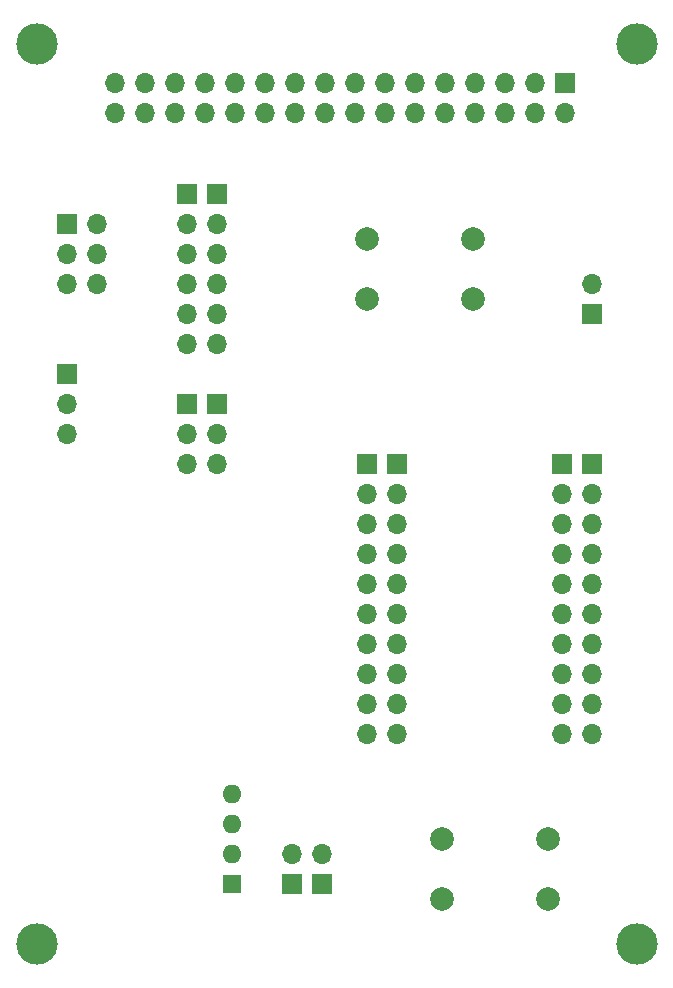
<source format=gbr>
%TF.GenerationSoftware,KiCad,Pcbnew,(5.1.10)-1*%
%TF.CreationDate,2022-04-15T10:12:12-07:00*%
%TF.ProjectId,SensorSuiteBoard,53656e73-6f72-4537-9569-7465426f6172,1.0*%
%TF.SameCoordinates,Original*%
%TF.FileFunction,Soldermask,Bot*%
%TF.FilePolarity,Negative*%
%FSLAX46Y46*%
G04 Gerber Fmt 4.6, Leading zero omitted, Abs format (unit mm)*
G04 Created by KiCad (PCBNEW (5.1.10)-1) date 2022-04-15 10:12:12*
%MOMM*%
%LPD*%
G01*
G04 APERTURE LIST*
%ADD10O,1.700000X1.700000*%
%ADD11R,1.700000X1.700000*%
%ADD12C,3.500000*%
%ADD13C,2.000000*%
%ADD14O,1.600000X1.600000*%
%ADD15R,1.600000X1.600000*%
G04 APERTURE END LIST*
D10*
%TO.C,J3*%
X171450000Y-83820000D03*
X171450000Y-81280000D03*
X171450000Y-78740000D03*
X171450000Y-76200000D03*
X171450000Y-73660000D03*
X171450000Y-71120000D03*
X171450000Y-68580000D03*
X171450000Y-66040000D03*
X171450000Y-63500000D03*
D11*
X171450000Y-60960000D03*
%TD*%
D12*
%TO.C,REF\u002A\u002A*%
X124460000Y-101600000D03*
%TD*%
%TO.C,REF\u002A\u002A*%
X124460000Y-25400000D03*
%TD*%
%TO.C,REF\u002A\u002A*%
X175260000Y-25400000D03*
%TD*%
%TO.C,REF\u002A\u002A*%
X175260000Y-101600000D03*
%TD*%
D10*
%TO.C,J8*%
X131064000Y-31242000D03*
X131064000Y-28702000D03*
X133604000Y-31242000D03*
X133604000Y-28702000D03*
X136144000Y-31242000D03*
X136144000Y-28702000D03*
X138684000Y-31242000D03*
X138684000Y-28702000D03*
X141224000Y-31242000D03*
X141224000Y-28702000D03*
X143764000Y-31242000D03*
X143764000Y-28702000D03*
X146304000Y-31242000D03*
X146304000Y-28702000D03*
X148844000Y-31242000D03*
X148844000Y-28702000D03*
X151384000Y-31242000D03*
X151384000Y-28702000D03*
X153924000Y-31242000D03*
X153924000Y-28702000D03*
X156464000Y-31242000D03*
X156464000Y-28702000D03*
X159004000Y-31242000D03*
X159004000Y-28702000D03*
X161544000Y-31242000D03*
X161544000Y-28702000D03*
X164084000Y-31242000D03*
X164084000Y-28702000D03*
X166624000Y-31242000D03*
X166624000Y-28702000D03*
X169164000Y-31242000D03*
D11*
X169164000Y-28702000D03*
%TD*%
D10*
%TO.C,J7*%
X129540000Y-45720000D03*
X127000000Y-45720000D03*
X129540000Y-43180000D03*
X127000000Y-43180000D03*
X129540000Y-40640000D03*
D11*
X127000000Y-40640000D03*
%TD*%
D10*
%TO.C,J5*%
X127000000Y-58420000D03*
X127000000Y-55880000D03*
D11*
X127000000Y-53340000D03*
%TD*%
%TO.C,J70*%
X139700000Y-38100000D03*
D10*
X139700000Y-40640000D03*
X139700000Y-43180000D03*
X139700000Y-45720000D03*
X139700000Y-48260000D03*
X139700000Y-50800000D03*
%TD*%
%TO.C,J71*%
X137160000Y-50800000D03*
X137160000Y-48260000D03*
X137160000Y-45720000D03*
X137160000Y-43180000D03*
X137160000Y-40640000D03*
D11*
X137160000Y-38100000D03*
%TD*%
%TO.C,J50*%
X139700000Y-55880000D03*
D10*
X139700000Y-58420000D03*
X139700000Y-60960000D03*
%TD*%
%TO.C,J51*%
X137160000Y-60960000D03*
X137160000Y-58420000D03*
D11*
X137160000Y-55880000D03*
%TD*%
D10*
%TO.C,J60*%
X148590000Y-93980000D03*
D11*
X148590000Y-96520000D03*
%TD*%
%TO.C,J61*%
X146050000Y-96520000D03*
D10*
X146050000Y-93980000D03*
%TD*%
D13*
%TO.C,R1*%
X167750000Y-97790000D03*
X158750000Y-97790000D03*
%TD*%
%TO.C,R2*%
X158750000Y-92710000D03*
X167750000Y-92710000D03*
%TD*%
%TO.C,R3*%
X161400000Y-41910000D03*
X152400000Y-41910000D03*
%TD*%
%TO.C,R4*%
X152400000Y-46990000D03*
X161400000Y-46990000D03*
%TD*%
D14*
%TO.C,U6*%
X140970000Y-88900000D03*
X140970000Y-91440000D03*
X140970000Y-93980000D03*
D15*
X140970000Y-96520000D03*
%TD*%
D11*
%TO.C,J1*%
X168910000Y-60960000D03*
D10*
X168910000Y-63500000D03*
X168910000Y-66040000D03*
X168910000Y-68580000D03*
X168910000Y-71120000D03*
X168910000Y-73660000D03*
X168910000Y-76200000D03*
X168910000Y-78740000D03*
X168910000Y-81280000D03*
X168910000Y-83820000D03*
%TD*%
D11*
%TO.C,J2*%
X152400000Y-60960000D03*
D10*
X152400000Y-63500000D03*
X152400000Y-66040000D03*
X152400000Y-68580000D03*
X152400000Y-71120000D03*
X152400000Y-73660000D03*
X152400000Y-76200000D03*
X152400000Y-78740000D03*
X152400000Y-81280000D03*
X152400000Y-83820000D03*
%TD*%
%TO.C,J4*%
X154940000Y-83820000D03*
X154940000Y-81280000D03*
X154940000Y-78740000D03*
X154940000Y-76200000D03*
X154940000Y-73660000D03*
X154940000Y-71120000D03*
X154940000Y-68580000D03*
X154940000Y-66040000D03*
X154940000Y-63500000D03*
D11*
X154940000Y-60960000D03*
%TD*%
D10*
%TO.C,J9*%
X171450000Y-45720000D03*
D11*
X171450000Y-48260000D03*
%TD*%
M02*

</source>
